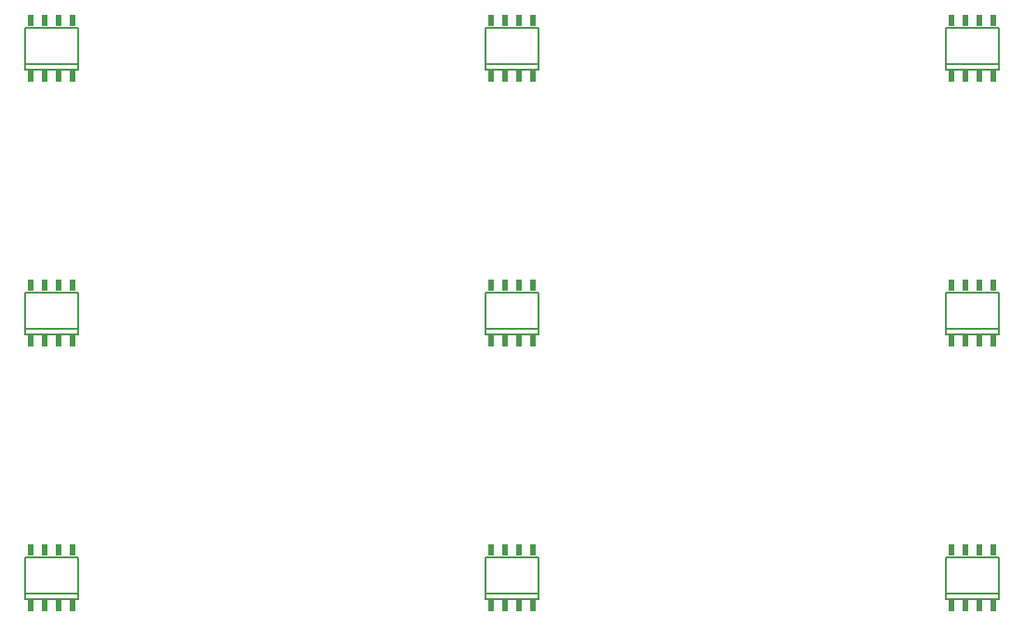
<source format=gbo>
G04 EAGLE Gerber RS-274X export*
G75*
%MOMM*%
%FSLAX34Y34*%
%LPD*%
%INSilkscreen Bottom*%
%IPPOS*%
%AMOC8*
5,1,8,0,0,1.08239X$1,22.5*%
G01*
%ADD10C,0.203200*%
%ADD11R,0.490200X1.100100*%


D10*
X179200Y133300D02*
X179200Y100300D01*
X179200Y95300D01*
X227200Y95300D01*
X227200Y100300D01*
X227200Y133300D01*
X179200Y133300D01*
X179200Y100300D02*
X227200Y100300D01*
D11*
X222250Y88800D03*
X209550Y88800D03*
X196850Y88800D03*
X184150Y88800D03*
X184150Y139801D03*
X196850Y139801D03*
X209550Y139801D03*
X222250Y139801D03*
D10*
X179200Y341600D02*
X179200Y374600D01*
X179200Y341600D02*
X179200Y336600D01*
X227200Y336600D01*
X227200Y341600D01*
X227200Y374600D01*
X179200Y374600D01*
X179200Y341600D02*
X227200Y341600D01*
D11*
X222250Y330100D03*
X209550Y330100D03*
X196850Y330100D03*
X184150Y330100D03*
X184150Y381101D03*
X196850Y381101D03*
X209550Y381101D03*
X222250Y381101D03*
D10*
X179200Y582900D02*
X179200Y615900D01*
X179200Y582900D02*
X179200Y577900D01*
X227200Y577900D01*
X227200Y582900D01*
X227200Y615900D01*
X179200Y615900D01*
X179200Y582900D02*
X227200Y582900D01*
D11*
X222250Y571400D03*
X209550Y571400D03*
X196850Y571400D03*
X184150Y571400D03*
X184150Y622401D03*
X196850Y622401D03*
X209550Y622401D03*
X222250Y622401D03*
D10*
X598300Y615900D02*
X598300Y582900D01*
X598300Y577900D01*
X646300Y577900D01*
X646300Y582900D01*
X646300Y615900D01*
X598300Y615900D01*
X598300Y582900D02*
X646300Y582900D01*
D11*
X641350Y571400D03*
X628650Y571400D03*
X615950Y571400D03*
X603250Y571400D03*
X603250Y622401D03*
X615950Y622401D03*
X628650Y622401D03*
X641350Y622401D03*
D10*
X598300Y374600D02*
X598300Y341600D01*
X598300Y336600D01*
X646300Y336600D01*
X646300Y341600D01*
X646300Y374600D01*
X598300Y374600D01*
X598300Y341600D02*
X646300Y341600D01*
D11*
X641350Y330100D03*
X628650Y330100D03*
X615950Y330100D03*
X603250Y330100D03*
X603250Y381101D03*
X615950Y381101D03*
X628650Y381101D03*
X641350Y381101D03*
D10*
X598300Y133300D02*
X598300Y100300D01*
X598300Y95300D01*
X646300Y95300D01*
X646300Y100300D01*
X646300Y133300D01*
X598300Y133300D01*
X598300Y100300D02*
X646300Y100300D01*
D11*
X641350Y88800D03*
X628650Y88800D03*
X615950Y88800D03*
X603250Y88800D03*
X603250Y139801D03*
X615950Y139801D03*
X628650Y139801D03*
X641350Y139801D03*
D10*
X1017400Y582900D02*
X1017400Y615900D01*
X1017400Y582900D02*
X1017400Y577900D01*
X1065400Y577900D01*
X1065400Y582900D01*
X1065400Y615900D01*
X1017400Y615900D01*
X1017400Y582900D02*
X1065400Y582900D01*
D11*
X1060450Y571400D03*
X1047750Y571400D03*
X1035050Y571400D03*
X1022350Y571400D03*
X1022350Y622401D03*
X1035050Y622401D03*
X1047750Y622401D03*
X1060450Y622401D03*
D10*
X1017400Y374600D02*
X1017400Y341600D01*
X1017400Y336600D01*
X1065400Y336600D01*
X1065400Y341600D01*
X1065400Y374600D01*
X1017400Y374600D01*
X1017400Y341600D02*
X1065400Y341600D01*
D11*
X1060450Y330100D03*
X1047750Y330100D03*
X1035050Y330100D03*
X1022350Y330100D03*
X1022350Y381101D03*
X1035050Y381101D03*
X1047750Y381101D03*
X1060450Y381101D03*
D10*
X1017400Y133300D02*
X1017400Y100300D01*
X1017400Y95300D01*
X1065400Y95300D01*
X1065400Y100300D01*
X1065400Y133300D01*
X1017400Y133300D01*
X1017400Y100300D02*
X1065400Y100300D01*
D11*
X1060450Y88800D03*
X1047750Y88800D03*
X1035050Y88800D03*
X1022350Y88800D03*
X1022350Y139801D03*
X1035050Y139801D03*
X1047750Y139801D03*
X1060450Y139801D03*
M02*

</source>
